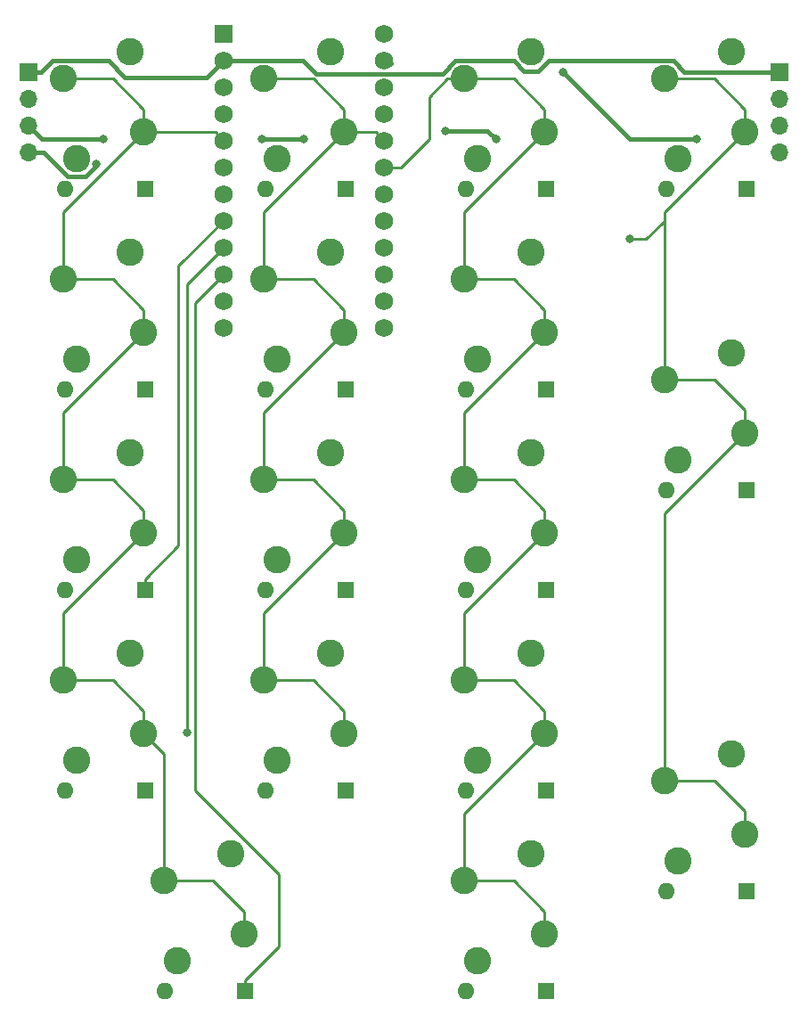
<source format=gbr>
G04 #@! TF.GenerationSoftware,KiCad,Pcbnew,(5.1.4)-1*
G04 #@! TF.CreationDate,2021-01-04T02:31:34-06:00*
G04 #@! TF.ProjectId,65Numpad,36354e75-6d70-4616-942e-6b696361645f,rev?*
G04 #@! TF.SameCoordinates,Original*
G04 #@! TF.FileFunction,Copper,L1,Top*
G04 #@! TF.FilePolarity,Positive*
%FSLAX46Y46*%
G04 Gerber Fmt 4.6, Leading zero omitted, Abs format (unit mm)*
G04 Created by KiCad (PCBNEW (5.1.4)-1) date 2021-01-04 02:31:35*
%MOMM*%
%LPD*%
G04 APERTURE LIST*
%ADD10R,1.600000X1.600000*%
%ADD11O,1.600000X1.600000*%
%ADD12C,2.600000*%
%ADD13R,1.700000X1.700000*%
%ADD14O,1.700000X1.700000*%
%ADD15C,1.752600*%
%ADD16R,1.752600X1.752600*%
%ADD17C,0.800000*%
%ADD18C,0.254000*%
%ADD19C,0.381000*%
G04 APERTURE END LIST*
D10*
X381000000Y-142875000D03*
D11*
X373380000Y-142875000D03*
D10*
X361950000Y-123825000D03*
D11*
X354330000Y-123825000D03*
D10*
X342900000Y-123825000D03*
D11*
X335280000Y-123825000D03*
D12*
X373221250Y-94297500D03*
X379571250Y-91757500D03*
X380841250Y-99377500D03*
X374491250Y-101917500D03*
X373221250Y-75247500D03*
X379571250Y-72707500D03*
X380841250Y-80327500D03*
X374491250Y-82867500D03*
X335121250Y-113347500D03*
X341471250Y-110807500D03*
X342741250Y-118427500D03*
X336391250Y-120967500D03*
X335121250Y-56197500D03*
X341471250Y-53657500D03*
X342741250Y-61277500D03*
X336391250Y-63817500D03*
D13*
X403225000Y-55562500D03*
D14*
X403225000Y-58102500D03*
X403225000Y-60642500D03*
X403225000Y-63182500D03*
D12*
X354171250Y-94297500D03*
X360521250Y-91757500D03*
X361791250Y-99377500D03*
X355441250Y-101917500D03*
X354171250Y-75247500D03*
X360521250Y-72707500D03*
X361791250Y-80327500D03*
X355441250Y-82867500D03*
X335121250Y-75247500D03*
X341471250Y-72707500D03*
X342741250Y-80327500D03*
X336391250Y-82867500D03*
X373221250Y-132397500D03*
X379571250Y-129857500D03*
X380841250Y-137477500D03*
X374491250Y-140017500D03*
D15*
X365601250Y-51911250D03*
X350361250Y-79851250D03*
X365601250Y-54451250D03*
X365601250Y-56991250D03*
X365601250Y-59531250D03*
X365601250Y-62071250D03*
X365601250Y-64611250D03*
X365601250Y-67151250D03*
X365601250Y-69691250D03*
X365601250Y-72231250D03*
X365601250Y-74771250D03*
X365601250Y-77311250D03*
X365601250Y-79851250D03*
X350361250Y-77311250D03*
X350361250Y-74771250D03*
X350361250Y-72231250D03*
X350361250Y-69691250D03*
X350361250Y-67151250D03*
X350361250Y-64611250D03*
X350361250Y-62071250D03*
X350361250Y-59531250D03*
X350361250Y-56991250D03*
X350361250Y-54451250D03*
D16*
X350361250Y-51911250D03*
D10*
X400050000Y-133350000D03*
D11*
X392430000Y-133350000D03*
D12*
X392271250Y-56197500D03*
X398621250Y-53657500D03*
X399891250Y-61277500D03*
X393541250Y-63817500D03*
D10*
X381000000Y-123825000D03*
D11*
X373380000Y-123825000D03*
D12*
X335121250Y-94297500D03*
X341471250Y-91757500D03*
X342741250Y-99377500D03*
X336391250Y-101917500D03*
D10*
X352425000Y-142875000D03*
D11*
X344805000Y-142875000D03*
D12*
X344646250Y-132397500D03*
X350996250Y-129857500D03*
X345916250Y-140017500D03*
X352266250Y-137477500D03*
X373221250Y-113347500D03*
X379571250Y-110807500D03*
X380841250Y-118427500D03*
X374491250Y-120967500D03*
X399891250Y-89852500D03*
X393541250Y-92392500D03*
X398621250Y-82232500D03*
X392271250Y-84772500D03*
X398621250Y-82232500D03*
X392271250Y-84772500D03*
X399891250Y-89852500D03*
X393541250Y-92392500D03*
X354171250Y-113347500D03*
X360521250Y-110807500D03*
X361791250Y-118427500D03*
X355441250Y-120967500D03*
X399891250Y-127952500D03*
X393541250Y-130492500D03*
X398621250Y-120332500D03*
X392271250Y-122872500D03*
X354171250Y-56197500D03*
X360521250Y-53657500D03*
X361791250Y-61277500D03*
X355441250Y-63817500D03*
D13*
X331787500Y-55562500D03*
D14*
X331787500Y-58102500D03*
X331787500Y-60642500D03*
X331787500Y-63182500D03*
D12*
X373221250Y-56197500D03*
X379571250Y-53657500D03*
X380841250Y-61277500D03*
X374491250Y-63817500D03*
D10*
X342900000Y-66675000D03*
D11*
X335280000Y-66675000D03*
D10*
X400050000Y-95250000D03*
D11*
X392430000Y-95250000D03*
D10*
X361950000Y-66675000D03*
D11*
X354330000Y-66675000D03*
D10*
X361950000Y-104775000D03*
D11*
X354330000Y-104775000D03*
D10*
X381000000Y-104775000D03*
D11*
X373380000Y-104775000D03*
D10*
X342900000Y-104775000D03*
D11*
X335280000Y-104775000D03*
D10*
X361950000Y-85725000D03*
D11*
X354330000Y-85725000D03*
D10*
X400050000Y-66675000D03*
D11*
X392430000Y-66675000D03*
D10*
X381000000Y-66675000D03*
D11*
X373380000Y-66675000D03*
D10*
X381000000Y-85725000D03*
D11*
X373380000Y-85725000D03*
D10*
X342900000Y-85725000D03*
D11*
X335280000Y-85725000D03*
D17*
X388937500Y-71437500D03*
X338931250Y-61912500D03*
X382587500Y-55562500D03*
X395287500Y-61912500D03*
X357981250Y-61912500D03*
X376237500Y-61912500D03*
X354012500Y-61912500D03*
X338224303Y-64317423D03*
X371475000Y-61118750D03*
X346868750Y-118268750D03*
D18*
X342741250Y-99377500D02*
X335121250Y-106997500D01*
X342741250Y-116253538D02*
X342741250Y-116589023D01*
X339835212Y-56197500D02*
X342741250Y-59103538D01*
X335121250Y-106997500D02*
X335121250Y-113347500D01*
X335121250Y-68897500D02*
X335121250Y-75247500D01*
X342741250Y-61277500D02*
X335121250Y-68897500D01*
X339835212Y-75247500D02*
X342741250Y-78153538D01*
X335121250Y-56197500D02*
X339835212Y-56197500D01*
X342741250Y-97539023D02*
X342741250Y-99377500D01*
X342741250Y-118427500D02*
X344646250Y-120332500D01*
X352266250Y-135639023D02*
X352266250Y-137477500D01*
X342741250Y-59103538D02*
X342741250Y-59439023D01*
X335121250Y-113347500D02*
X339835212Y-113347500D01*
X342741250Y-97203538D02*
X342741250Y-97539023D01*
X342741250Y-78489023D02*
X342741250Y-80327500D01*
X335121250Y-75247500D02*
X339835212Y-75247500D01*
X342741250Y-116589023D02*
X342741250Y-118427500D01*
X335121250Y-94297500D02*
X339835212Y-94297500D01*
X349351184Y-132397500D02*
X352266250Y-135312566D01*
X352266250Y-135312566D02*
X352266250Y-135639023D01*
X339835212Y-113347500D02*
X342741250Y-116253538D01*
X339835212Y-94297500D02*
X342741250Y-97203538D01*
X342741250Y-80327500D02*
X335121250Y-87947500D01*
X342741250Y-59439023D02*
X342741250Y-61277500D01*
X344646250Y-120332500D02*
X344646250Y-132397500D01*
X344646250Y-132397500D02*
X349351184Y-132397500D01*
X342741250Y-61277500D02*
X349567500Y-61277500D01*
X349567500Y-61277500D02*
X350361250Y-62071250D01*
X335121250Y-87947500D02*
X335121250Y-94297500D01*
X342741250Y-78153538D02*
X342741250Y-78489023D01*
X361791250Y-116589023D02*
X361791250Y-118427500D01*
X354171250Y-94297500D02*
X358885212Y-94297500D01*
X354171250Y-75247500D02*
X358885212Y-75247500D01*
X358885212Y-75247500D02*
X361791250Y-78153538D01*
X358885212Y-94297500D02*
X361791250Y-97203538D01*
X354171250Y-113347500D02*
X358885212Y-113347500D01*
X361791250Y-78153538D02*
X361791250Y-78489023D01*
X358885212Y-113347500D02*
X361791250Y-116253538D01*
X361791250Y-78489023D02*
X361791250Y-80327500D01*
X361791250Y-97203538D02*
X361791250Y-97539023D01*
X361791250Y-97539023D02*
X361791250Y-99377500D01*
X361791250Y-116253538D02*
X361791250Y-116589023D01*
X361791250Y-61277500D02*
X354171250Y-68897500D01*
X364807500Y-61277500D02*
X361791250Y-61277500D01*
X354171250Y-56197500D02*
X358885212Y-56197500D01*
X354171250Y-106997500D02*
X354171250Y-113347500D01*
X364807500Y-61277500D02*
X365601250Y-62071250D01*
X361791250Y-99377500D02*
X354171250Y-106997500D01*
X361791250Y-59103538D02*
X361791250Y-59439023D01*
X354171250Y-87947500D02*
X354171250Y-94297500D01*
X354171250Y-68897500D02*
X354171250Y-75247500D01*
X358885212Y-56197500D02*
X361791250Y-59103538D01*
X361791250Y-80327500D02*
X354171250Y-87947500D01*
X361791250Y-59439023D02*
X361791250Y-61277500D01*
X373221250Y-87947500D02*
X373221250Y-94297500D01*
X380841250Y-80327500D02*
X373221250Y-87947500D01*
X380841250Y-99377500D02*
X373221250Y-106997500D01*
X380841250Y-116589023D02*
X380841250Y-118427500D01*
X373221250Y-113347500D02*
X377935212Y-113347500D01*
X373221250Y-56197500D02*
X371630260Y-56197500D01*
X377935212Y-132397500D02*
X380841250Y-135303538D01*
X380841250Y-61277500D02*
X373221250Y-68897500D01*
X377935212Y-113347500D02*
X380841250Y-116253538D01*
X380841250Y-118427500D02*
X373221250Y-126047500D01*
X373221250Y-106997500D02*
X373221250Y-113347500D01*
X380841250Y-135639023D02*
X380841250Y-137477500D01*
X373221250Y-68897500D02*
X373221250Y-75247500D01*
X373221250Y-132397500D02*
X377935212Y-132397500D01*
X380841250Y-135303538D02*
X380841250Y-135639023D01*
X371630260Y-56197500D02*
X369887500Y-57940260D01*
X373221250Y-126047500D02*
X373221250Y-132397500D01*
X380841250Y-116253538D02*
X380841250Y-116589023D01*
X365601250Y-64611250D02*
X367188750Y-64611250D01*
X369887500Y-57940260D02*
X369887500Y-61912500D01*
X367188750Y-64611250D02*
X369887500Y-61912500D01*
X373221250Y-94297500D02*
X377935212Y-94297500D01*
X377935212Y-94297500D02*
X380841250Y-97203538D01*
X380841250Y-97203538D02*
X380841250Y-97539023D01*
X380841250Y-97539023D02*
X380841250Y-99377500D01*
X380841250Y-59439023D02*
X380841250Y-61277500D01*
X377935212Y-75247500D02*
X380841250Y-78153538D01*
X380841250Y-59103538D02*
X380841250Y-59439023D01*
X373221250Y-75247500D02*
X377935212Y-75247500D01*
X380841250Y-78153538D02*
X380841250Y-78489023D01*
X380841250Y-78489023D02*
X380841250Y-80327500D01*
X373221250Y-56197500D02*
X377935212Y-56197500D01*
X377935212Y-56197500D02*
X380841250Y-59103538D01*
X396976184Y-122872500D02*
X399891250Y-125787566D01*
X392271250Y-69691250D02*
X392271250Y-84772500D01*
X392271250Y-68897500D02*
X392271250Y-69691250D01*
X392271250Y-122872500D02*
X396976184Y-122872500D01*
X390525000Y-71437500D02*
X392112500Y-69850000D01*
X388937500Y-71437500D02*
X390525000Y-71437500D01*
X392112500Y-69850000D02*
X392271250Y-69691250D01*
X399891250Y-125787566D02*
X399891250Y-126114023D01*
X399891250Y-126114023D02*
X399891250Y-127952500D01*
X399891250Y-89852500D02*
X392271250Y-97472500D01*
X392271250Y-97472500D02*
X392271250Y-122872500D01*
X399891250Y-61277500D02*
X392271250Y-68897500D01*
X392271250Y-84772500D02*
X396976184Y-84772500D01*
X399891250Y-87687566D02*
X399891250Y-88014023D01*
X399891250Y-88014023D02*
X399891250Y-89852500D01*
X392271250Y-56197500D02*
X396985212Y-56197500D01*
X396985212Y-56197500D02*
X399891250Y-59103538D01*
X399891250Y-59103538D02*
X399891250Y-59439023D01*
X399891250Y-59439023D02*
X399891250Y-61277500D01*
X396976184Y-84772500D02*
X399891250Y-87687566D01*
D19*
X334074001Y-54506999D02*
X333018500Y-55562500D01*
X333018500Y-55562500D02*
X331787500Y-55562500D01*
X378881867Y-55470059D02*
X379504941Y-55470059D01*
X348773750Y-56038750D02*
X340995000Y-56038750D01*
X393082691Y-54506999D02*
X381223693Y-54506999D01*
X350361250Y-54451250D02*
X348773750Y-56038750D01*
X340995000Y-56038750D02*
X339463249Y-54506999D01*
X372409809Y-54506999D02*
X377918807Y-54506999D01*
X403225000Y-55562500D02*
X394138192Y-55562500D01*
X339463249Y-54506999D02*
X334074001Y-54506999D01*
X394138192Y-55562500D02*
X393082691Y-54506999D01*
X381223693Y-54506999D02*
X380260633Y-55470059D01*
X350361250Y-54451250D02*
X357870830Y-54451250D01*
X379504941Y-55470059D02*
X380001633Y-55470059D01*
X359137631Y-55718051D02*
X371198757Y-55718051D01*
X357870830Y-54451250D02*
X359137631Y-55718051D01*
X377918807Y-54506999D02*
X378881867Y-55470059D01*
X371198757Y-55718051D02*
X372409809Y-54506999D01*
X380260633Y-55470059D02*
X379504941Y-55470059D01*
X395287500Y-61912500D02*
X388937500Y-61912500D01*
X331787500Y-60642500D02*
X333057500Y-61912500D01*
X333057500Y-61912500D02*
X338931250Y-61912500D01*
X388937500Y-61912500D02*
X382587500Y-55562500D01*
X366292867Y-54681999D02*
X366202917Y-54771949D01*
X375443750Y-61118750D02*
X371475000Y-61118750D01*
X354012500Y-61912500D02*
X357981250Y-61912500D01*
X376237500Y-61912500D02*
X375443750Y-61118750D01*
X333254308Y-63182500D02*
X335579809Y-65508001D01*
X331787500Y-63182500D02*
X333254308Y-63182500D01*
X337202691Y-65508001D02*
X338224303Y-64486389D01*
X335579809Y-65508001D02*
X337202691Y-65508001D01*
X338224303Y-64486389D02*
X338224303Y-64317423D01*
D18*
X347662500Y-77470000D02*
X350361250Y-74771250D01*
X347662500Y-123825000D02*
X355600000Y-131762500D01*
X355600000Y-131762500D02*
X355600000Y-138646000D01*
X355600000Y-138646000D02*
X352425000Y-141821000D01*
X352425000Y-141821000D02*
X352425000Y-142875000D01*
X347662500Y-78581250D02*
X347662500Y-123825000D01*
X347662500Y-77946250D02*
X347662500Y-78581250D01*
X347662500Y-78581250D02*
X347662500Y-77470000D01*
X346868750Y-76993750D02*
X346868750Y-76200000D01*
X346868750Y-75723750D02*
X350361250Y-72231250D01*
X346868750Y-118268750D02*
X346868750Y-76993750D01*
X346868750Y-76993750D02*
X346868750Y-75723750D01*
X346075000Y-74612500D02*
X346075000Y-74453750D01*
X350361250Y-69691250D02*
X346075000Y-73977500D01*
X346075000Y-100546000D02*
X346075000Y-74612500D01*
X346075000Y-73977500D02*
X346075000Y-74612500D01*
X342900000Y-104775000D02*
X342900000Y-103721000D01*
X342900000Y-103721000D02*
X346075000Y-100546000D01*
M02*

</source>
